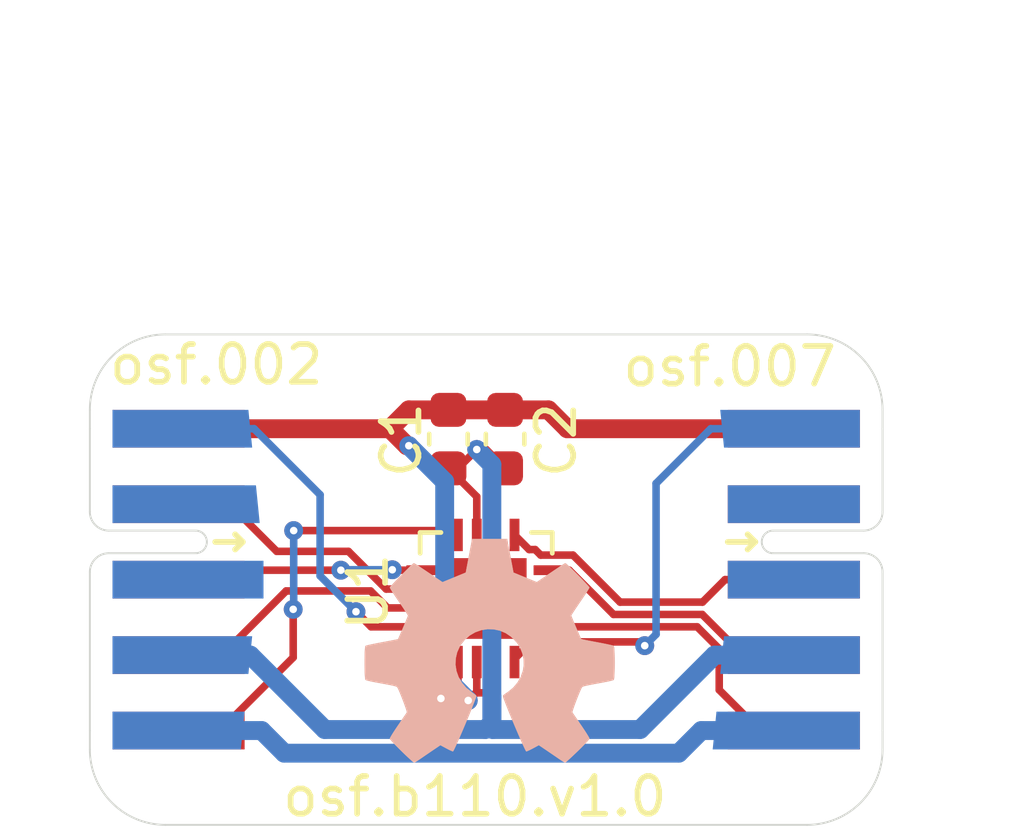
<source format=kicad_pcb>
(kicad_pcb (version 20221018) (generator pcbnew)
  (layers (0 "F.Cu" signal) (31 "B.Cu" signal) (34 "B.Paste" user) (35 "F.Paste" user) (36 "B.SilkS" user "B.Silkscreen") (37 "F.SilkS" user "F.Silkscreen") (38 "B.Mask" user) (39 "F.Mask" user) (44 "Edge.Cuts" user))
  (net 0 "")
  (net 1 "GND")
  (net 2 "/adc/MOSI")
  (net 3 "/adc/MISO")
  (net 4 "/adc/SCLK")
  (net 5 "/adc/CS")
  (net 8 "+3.3V")
  (net 10 "/adc/AD0")
  (net 11 "/adc/AD1")
  (net 12 "/adc/AD2")
  (net 13 "/adc/AD3")
  (net 14 "/adc/DRDY")
  (net 17 "/5V")
  (footprint "Capacitor_SMD:C_0603_1608Metric" (layer "F.Cu") (at 151 92.775 90)
    (fp_text reference "C2" (at -0.025 1.35 90) (layer "F.SilkS"))
    (fp_text value "100nF")
    (fp_line (start -0.14058 -0.51) (end 0.14058 -0.51) (stroke (width 0.12)) (layer "F.SilkS"))
    (fp_line (start -0.14058 0.51) (end 0.14058 0.51) (stroke (width 0.12)) (layer "F.SilkS"))
    (pad "1" smd roundrect (at -0.775 0 90) (size 0.9 0.95) (layers "F.Cu" "F.Paste" "F.Mask") (net 8 "+3.3V"))
    (pad "2" smd roundrect (at 0.775 0 90) (size 0.9 0.95) (layers "F.Cu" "F.Paste" "F.Mask") (net 1 "GND"))
  )
  (footprint "on_edge:on_edge_2x05_device" (layer "F.Cu") (at 140 96.5 -90)
    (fp_text reference "J1")
    (fp_text value "002_SPI")
    (fp_line (start -1.2 -3.85) (end -1 -4.05) (stroke (width 0.153)) (layer "F.SilkS"))
    (fp_line (start -1 -4.05) (end -1 -3.323) (stroke (width 0.153)) (layer "F.SilkS"))
    (fp_line (start -1 -4.05) (end -0.8 -3.85) (stroke (width 0.153)) (layer "F.SilkS"))
    (fp_line (start -4 0) (end -1.8 0) (stroke (width 0.05)) (layer "Edge.Cuts"))
    (fp_line (start -1.3 -2.8) (end -1.3 -0.5) (stroke (width 0.05)) (layer "Edge.Cuts"))
    (fp_line (start -0.7 -0.5) (end -0.7 -2.8) (stroke (width 0.05)) (layer "Edge.Cuts"))
    (fp_line (start -0.2 0) (end 4 0) (stroke (width 0.05)) (layer "Edge.Cuts"))
    (fp_arc (start -1.3 -2.8) (mid -1 -3.1) (end -0.7 -2.8) (stroke (width 0.05)) (layer "Edge.Cuts"))
    (fp_arc (start -1.3 -0.5) (mid -1.446447 -0.146447) (end -1.8 0) (stroke (width 0.05)) (layer "Edge.Cuts"))
    (fp_arc (start -0.2 0) (mid -0.553553 -0.146447) (end -0.7 -0.5) (stroke (width 0.05)) (layer "Edge.Cuts"))
    (pad "1" smd rect (at -4 -2.35 90) (size 1 3.5) (layers "F.Cu" "F.Mask") (net 1 "GND"))
    (pad "2" smd rect (at -2 -2.35 270) (size 1 3.5) (layers "F.Cu" "F.Mask") (net 2 "/adc/MOSI"))
    (pad "3" smd rect (at 0 -2.35 270) (size 1 3.5) (layers "F.Cu" "F.Mask") (net 3 "/adc/MISO"))
    (pad "4" smd rect (at 2 -2.35 90) (size 1 3.5) (layers "F.Cu" "F.Mask") (net 4 "/adc/SCLK"))
    (pad "5" smd rect (at 4 -2.35 90) (size 1 3.5) (layers "F.Cu" "F.Mask") (net 14 "/adc/DRDY"))
    (pad "6" smd custom (at -4 -2.4 270) (size 1 3.6) (layers "B.Cu" "B.Mask") (net 5 "/adc/CS") (options (clearance outline) (anchor rect)) (primitives (gr_poly (pts (xy 0.5 -1.8) (xy 0.5 -1.9) (xy -0.5 -1.8)) (width 0) (fill yes))))
    (pad "7" smd custom (at -2 -2.1 270) (size 1 3) (layers "B.Cu" "B.Mask") (options (clearance outline) (anchor rect)) (primitives (gr_poly (pts (xy 0.3 -0.51) (xy 0.31 -0.62) (xy 0.33 -0.7) (xy 0.35 -0.76) (xy 0.37 -0.81) (xy 0.4 -0.86) (xy 0.44 -0.92) (xy 0.48 -0.97) (xy 0.5 -0.99) (xy 0.5 -2.4) (xy -0.5 -2.3) (xy -0.5 1.5) (xy 0.3 1.5)) (width 0) (fill yes))))
    (pad "8" smd rect (at 0 -2.6 270) (size 1 4) (layers "B.Cu" "B.Mask"))
    (pad "9" smd custom (at 2 -2.4 270) (size 1 3.6) (layers "B.Cu" "B.Mask") (net 8 "+3.3V") (options (clearance outline) (anchor rect)) (primitives (gr_poly (pts (xy -0.5 -1.8) (xy -0.5 -1.9) (xy 0.5 -1.8)) (width 0) (fill yes))))
    (pad "10" smd custom (at 4 -2.3 270) (size 1 3.4) (layers "B.Cu" "B.Mask") (net 17 "/5V") (options (clearance outline) (anchor rect)) (primitives (gr_poly (pts (xy -0.5 -1.7) (xy -0.5 -1.8) (xy 0.5 -1.7)) (width 0) (fill yes))))
  )
  (footprint "Capacitor_SMD:C_0603_1608Metric" (layer "F.Cu") (at 149.5 92.775 90)
    (fp_text reference "C1" (at -0.025 -1.25 90) (layer "F.SilkS"))
    (fp_text value "100nF")
    (fp_line (start -0.14058 -0.51) (end 0.14058 -0.51) (stroke (width 0.12)) (layer "F.SilkS"))
    (fp_line (start -0.14058 0.51) (end 0.14058 0.51) (stroke (width 0.12)) (layer "F.SilkS"))
    (pad "1" smd roundrect (at -0.775 0 90) (size 0.9 0.95) (layers "F.Cu" "F.Paste" "F.Mask") (net 8 "+3.3V"))
    (pad "2" smd roundrect (at 0.775 0 90) (size 0.9 0.95) (layers "F.Cu" "F.Paste" "F.Mask") (net 1 "GND"))
  )
  (footprint "b110:QFN50P350X350X100-17N" (layer "F.Cu") (at 150.5 97 90)
    (fp_text reference "U1" (at 0.175 -3.135 90) (layer "F.SilkS"))
    (fp_text value "ADS1120IRVAR")
    (fp_line (start -1.75 -1.75) (end -1.75 -1.2) (stroke (width 0.127)) (layer "F.SilkS"))
    (fp_line (start -1.75 -1.75) (end -1.2 -1.75) (stroke (width 0.127)) (layer "F.SilkS"))
    (fp_line (start -1.75 1.75) (end -1.75 1.2) (stroke (width 0.127)) (layer "F.SilkS"))
    (fp_line (start -1.75 1.75) (end -1.2 1.75) (stroke (width 0.127)) (layer "F.SilkS"))
    (fp_line (start 1.75 -1.75) (end 1.2 -1.75) (stroke (width 0.127)) (layer "F.SilkS"))
    (fp_line (start 1.75 -1.75) (end 1.75 -1.2) (stroke (width 0.127)) (layer "F.SilkS"))
    (fp_line (start 1.75 1.75) (end 1.2 1.75) (stroke (width 0.127)) (layer "F.SilkS"))
    (fp_line (start 1.75 1.75) (end 1.75 1.2) (stroke (width 0.127)) (layer "F.SilkS"))
    (fp_circle (center -2.725 -0.75) (end -2.625 -0.75) (stroke (width 0.2)) (fill none) (layer "F.SilkS"))
    (pad "1" smd roundrect (at -1.685 -0.75 90) (size 0.86 0.26) (layers "F.Cu" "F.Paste" "F.Mask") (roundrect_rratio 0.03) (net 1 "GND"))
    (pad "2" smd roundrect (at -1.685 -0.25 90) (size 0.86 0.26) (layers "F.Cu" "F.Paste" "F.Mask") (roundrect_rratio 0.03) (net 1 "GND"))
    (pad "3" smd roundrect (at -1.685 0.25 90) (size 0.86 0.26) (layers "F.Cu" "F.Paste" "F.Mask") (roundrect_rratio 0.03) (net 1 "GND"))
    (pad "4" smd roundrect (at -1.685 0.75 90) (size 0.86 0.26) (layers "F.Cu" "F.Paste" "F.Mask") (roundrect_rratio 0.03) (net 13 "/adc/AD3"))
    (pad "5" smd roundrect (at -0.75 1.685 180) (size 0.86 0.26) (layers "F.Cu" "F.Paste" "F.Mask") (roundrect_rratio 0.03) (net 12 "/adc/AD2"))
    (pad "6" smd roundrect (at -0.25 1.685 180) (size 0.86 0.26) (layers "F.Cu" "F.Paste" "F.Mask") (roundrect_rratio 0.03))
    (pad "7" smd roundrect (at 0.25 1.685 180) (size 0.86 0.26) (layers "F.Cu" "F.Paste" "F.Mask") (roundrect_rratio 0.03))
    (pad "8" smd roundrect (at 0.75 1.685 180) (size 0.86 0.26) (layers "F.Cu" "F.Paste" "F.Mask") (roundrect_rratio 0.03) (net 11 "/adc/AD1"))
    (pad "9" smd roundrect (at 1.685 0.75 90) (size 0.86 0.26) (layers "F.Cu" "F.Paste" "F.Mask") (roundrect_rratio 0.03) (net 10 "/adc/AD0"))
    (pad "10" smd roundrect (at 1.685 0.25 90) (size 0.86 0.26) (layers "F.Cu" "F.Paste" "F.Mask") (roundrect_rratio 0.03) (net 8 "+3.3V"))
    (pad "11" smd roundrect (at 1.685 -0.25 90) (size 0.86 0.26) (layers "F.Cu" "F.Paste" "F.Mask") (roundrect_rratio 0.03) (net 8 "+3.3V"))
    (pad "12" smd roundrect (at 1.685 -0.75 90) (size 0.86 0.26) (layers "F.Cu" "F.Paste" "F.Mask") (roundrect_rratio 0.03) (net 14 "/adc/DRDY"))
    (pad "13" smd roundrect (at 0.75 -1.685 180) (size 0.86 0.26) (layers "F.Cu" "F.Paste" "F.Mask") (roundrect_rratio 0.03) (net 3 "/adc/MISO"))
    (pad "14" smd roundrect (at 0.25 -1.685 180) (size 0.86 0.26) (layers "F.Cu" "F.Paste" "F.Mask") (roundrect_rratio 0.03) (net 2 "/adc/MOSI"))
    (pad "15" smd roundrect (at -0.25 -1.685 180) (size 0.86 0.26) (layers "F.Cu" "F.Paste" "F.Mask") (roundrect_rratio 0.03) (net 4 "/adc/SCLK"))
    (pad "16" smd roundrect (at -0.75 -1.685 180) (size 0.86 0.26) (layers "F.Cu" "F.Paste" "F.Mask") (roundrect_rratio 0.03) (net 5 "/adc/CS"))
    (pad "17" smd rect (at 0 0 90) (size 2.14 2.14) (layers "F.Cu" "F.Mask"))
  )
  (footprint "on_edge:on_edge_2x05_host" (layer "F.Cu") (at 161 96.5 -90)
    (fp_text reference "J2")
    (fp_text value "007_ADC")
    (fp_line (start -1 3.373) (end -1.2 3.573) (stroke (width 0.153)) (layer "F.SilkS"))
    (fp_line (start -1 4.1) (end -1 3.373) (stroke (width 0.153)) (layer "F.SilkS"))
    (fp_line (start -0.8 3.573) (end -1 3.373) (stroke (width 0.153)) (layer "F.SilkS"))
    (fp_line (start -4 0) (end -1.8 0) (stroke (width 0.05)) (layer "Edge.Cuts"))
    (fp_line (start -1.3 0.5) (end -1.3 2.9) (stroke (width 0.05)) (layer "Edge.Cuts"))
    (fp_line (start -0.7 2.9) (end -0.7 0.5) (stroke (width 0.05)) (layer "Edge.Cuts"))
    (fp_line (start -0.2 0) (end 4 0) (stroke (width 0.05)) (layer "Edge.Cuts"))
    (fp_arc (start -1.8 0) (mid -1.446447 0.146447) (end -1.3 0.5) (stroke (width 0.05)) (layer "Edge.Cuts"))
    (fp_arc (start -0.7 0.5) (mid -0.553553 0.146447) (end -0.2 0) (stroke (width 0.05)) (layer "Edge.Cuts"))
    (fp_arc (start -0.7 2.9) (mid -1 3.2) (end -1.3 2.9) (stroke (width 0.05)) (layer "Edge.Cuts"))
    (pad "1" smd rect (at -4 2.35 270) (size 1 3.5) (layers "F.Cu" "F.Mask") (net 1 "GND"))
    (pad "2" smd rect (at -2 2.35 270) (size 1 3.5) (layers "F.Cu" "F.Mask"))
    (pad "3" smd rect (at 0 2.35 270) (size 1 3.5) (layers "F.Cu" "F.Mask") (net 10 "/adc/AD0"))
    (pad "4" smd rect (at 2 2.35 270) (size 1 3.5) (layers "F.Cu" "F.Mask") (net 11 "/adc/AD1"))
    (pad "5" smd rect (at 4 2.35 270) (size 1 3.5) (layers "F.Cu" "F.Mask") (net 12 "/adc/AD2"))
    (pad "6" smd custom (at -4 2.4 90) (size 1 3.6) (layers "B.Cu" "B.Mask") (net 13 "/adc/AD3") (options (clearance outline) (anchor rect)) (primitives (gr_poly (pts (xy 0.5 -1.8) (xy -0.5 -1.8) (xy 0.5 -1.9)) (width 0) (fill yes))))
    (pad "7" smd rect (at -2 2.35 90) (size 1 3.5) (layers "B.Cu" "B.Mask"))
    (pad "8" smd rect (at 0 2.35 90) (size 1 3.5) (layers "B.Cu" "B.Mask"))
    (pad "9" smd custom (at 2 2.4 90) (size 1 3.6) (layers "B.Cu" "B.Mask") (net 8 "+3.3V") (options (clearance outline) (anchor rect)) (primitives (gr_poly (pts (xy 0.5 -1.8) (xy -0.5 -1.8) (xy -0.5 -1.9)) (width 0) (fill yes))))
    (pad "10" smd custom (at 4 2.5 90) (size 1 3.8) (layers "B.Cu" "B.Mask") (net 17 "/5V") (options (clearance outline) (anchor rect)) (primitives (gr_poly (pts (xy 0.5 -1.9) (xy -0.5 -1.9) (xy -0.5 -2)) (width 0) (fill yes))))
  )
  (footprint "Symbol:OSHW-Symbol_6.7x6mm_SilkScreen" (layer "B.Cu") (at 150.6 98.4 180)
    (fp_text reference "LOGO1" hide)
    (fp_text value "Logo_Open_Hardware_Small" hide)
    (fp_poly (pts (xy 0.555814 2.531069) (xy 0.639635 2.086445) (xy 0.94892 1.958947) (xy 1.258206 1.831449) (xy 1.629246 2.083754) (xy 1.733157 2.154004) (xy 1.827087 2.216728) (xy 1.906652 2.269062) (xy 1.96747 2.308143) (xy 2.005157 2.331107) (xy 2.015421 2.336058) (xy 2.03391 2.323324) (xy 2.07342 2.288118) (xy 2.129522 2.234938) (xy 2.197787 2.168282) (xy 2.273786 2.092646) (xy 2.353092 2.012528) (xy 2.431275 1.932426) (xy 2.503907 1.856836) (xy 2.566559 1.790255) (xy 2.614803 1.737182) (xy 2.64421 1.702113) (xy 2.651241 1.690377) (xy 2.641123 1.66874) (xy 2.612759 1.621338) (xy 2.569129 1.552807) (xy 2.513218 1.467785) (xy 2.448006 1.370907) (xy 2.410219 1.31565) (xy 2.341343 1.214752) (xy 2.28014 1.123701) (xy 2.229578 1.04703) (xy 2.192628 0.989272) (xy 2.172258 0.954957) (xy 2.169197 0.947746) (xy 2.176136 0.927252) (xy 2.195051 0.879487) (xy 2.223087 0.811168) (xy 2.257391 0.729011) (xy 2.295109 0.63973) (xy 2.333387 0.550042) (xy 2.36937 0.466662) (xy 2.400206 0.396306) (xy 2.423039 0.34569) (xy 2.435017 0.321529) (xy 2.435724 0.320578) (xy 2.454531 0.315964) (xy 2.504618 0.305672) (xy 2.580793 0.290713) (xy 2.677865 0.272099) (xy 2.790643 0.250841) (xy 2.856442 0.238582) (xy 2.97695 0.215638) (xy 3.085797 0.193805) (xy 3.177476 0.174278) (xy 3.246481 0.158252) (xy 3.287304 0.146921) (xy 3.295511 0.143326) (xy 3.303548 0.118994) (xy 3.310033 0.064041) (xy 3.31497 -0.015108) (xy 3.318364 -0.112026) (xy 3.320218 -0.220287) (xy 3.320538 -0.333465) (xy 3.319327 -0.445135) (xy 3.31659 -0.548868) (xy 3.312331 -0.638241) (xy 3.306555 -0.706826) (xy 3.299267 -0.748197) (xy 3.294895 -0.75681) (xy 3.268764 -0.767133) (xy 3.213393 -0.781892) (xy 3.136107 -0.799352) (xy 3.04423 -0.81778) (xy 3.012158 -0.823741) (xy 2.857524 -0.852066) (xy 2.735375 -0.874876) (xy 2.641673 -0.89308) (xy 2.572384 -0.907583) (xy 2.523471 -0.919292) (xy 2.490897 -0.929115) (xy 2.470628 -0.937956) (xy 2.458626 -0.946724) (xy 2.456947 -0.948457) (xy 2.440184 -0.976371) (xy 2.414614 -1.030695) (xy 2.382788 -1.104777) (xy 2.34726 -1.191965) (xy 2.310583 -1.285608) (xy 2.275311 -1.379052) (xy 2.243996 -1.465647) (xy 2.219193 -1.53874) (xy 2.203454 -1.591678) (xy 2.199332 -1.617811) (xy 2.199676 -1.618726) (xy 2.213641 -1.640086) (xy 2.245322 -1.687084) (xy 2.291391 -1.754827) (xy 2.348518 -1.838423) (xy 2.413373 -1.932982) (xy 2.431843 -1.959854) (xy 2.497699 -2.057275) (xy 2.55565 -2.146163) (xy 2.602538 -2.221412) (xy 2.635207 -2.27792) (xy 2.6505 -2.310581) (xy 2.651241 -2.314593) (xy 2.638392 -2.335684) (xy 2.602888 -2.377464) (xy 2.549293 -2.435445) (xy 2.482171 -2.505135) (xy 2.406087 -2.582045) (xy 2.325604 -2.661683) (xy 2.245287 -2.739561) (xy 2.169699 -2.811186) (xy 2.103405 -2.87207) (xy 2.050969 -2.917721) (xy 2.016955 -2.94365) (xy 2.007545 -2.947883) (xy 1.985643 -2.937912) (xy 1.9408 -2.91102) (xy 1.880321 -2.871736) (xy 1.833789 -2.840117) (xy 1.749475 -2.782098) (xy 1.649626 -2.713784) (xy 1.549473 -2.645579) (xy 1.495627 -2.609075) (xy 1.313371 -2.4858) (xy 1.160381 -2.56852) (xy 1.090682 -2.604759) (xy 1.031414 -2.632926) (xy 0.991311 -2.648991) (xy 0.981103 -2.651226) (xy 0.968829 -2.634722) (xy 0.944613 -2.588082) (xy 0.910263 -2.515609) (xy 0.867588 -2.421606) (xy 0.818394 -2.310374) (xy 0.76449 -2.186215) (xy 0.707684 -2.053432) (xy 0.649782 -1.916327) (xy 0.592593 -1.779202) (xy 0.537924 -1.646358) (xy 0.487584 -1.522098) (xy 0.44338 -1.410725) (xy 0.407119 -1.316539) (xy 0.380609 -1.243844) (xy 0.365658 -1.196941) (xy 0.363254 -1.180833) (xy 0.382311 -1.160286) (xy 0.424036 -1.126933) (xy 0.479706 -1.087702) (xy 0.484378 -1.084599) (xy 0.628264 -0.969423) (xy 0.744283 -0.835053) (xy 0.83143 -0.685784) (xy 0.888699 -0.525913) (xy 0.915086 -0.359737) (xy 0.909585 -0.191552) (xy 0.87119 -0.025655) (xy 0.798895 0.133658) (xy 0.777626 0.168513) (xy 0.666996 0.309263) (xy 0.536302 0.422286) (xy 0.390064 0.506997) (xy 0.232808 0.562806) (xy 0.069057 0.589126) (xy -0.096667 0.58537) (xy -0.259838 0.55095) (xy -0.415935 0.485277) (xy -0.560433 0.387765) (xy -0.605131 0.348187) (xy -0.718888 0.224297) (xy -0.801782 0.093876) (xy -0.858644 -0.052315) (xy -0.890313 -0.197088) (xy -0.898131 -0.35986) (xy -0.872062 -0.52344) (xy -0.814755 -0.682298) (xy -0.728856 -0.830906) (xy -0.617014 -0.963735) (xy -0.481877 -1.075256) (xy -0.464117 -1.087011) (xy -0.40785 -1.125508) (xy -0.365077 -1.158863) (xy -0.344628 -1.18016) (xy -0.344331 -1.180833) (xy -0.348721 -1.203871) (xy -0.366124 -1.256157) (xy -0.394732 -1.33339) (xy -0.432735 -1.431268) (xy -0.478326 -1.545491) (xy -0.529697 -1.671758) (xy -0.585038 -1.805767) (xy -0.642542 -1.943218) (xy -0.700399 -2.079808) (xy -0.756802 -2.211237) (xy -0.809942 -2.333205) (xy -0.85801 -2.441409) (xy -0.899199 -2.531549) (xy -0.931699 -2.599323) (xy -0.953703 -2.64043) (xy -0.962564 -2.651226) (xy -0.98964 -2.642819) (xy -1.040303 -2.620272) (xy -1.105817 -2.587613) (xy -1.141841 -2.56852) (xy -1.294832 -2.4858) (xy -1.477088 -2.609075) (xy -1.570125 -2.672228) (xy -1.671985 -2.741727) (xy -1.767438 -2.807165) (xy -1.81525 -2.840117) (xy -1.882495 -2.885273) (xy -1.939436 -2.921057) (xy -1.978646 -2.942938) (xy -1.991381 -2.947563) (xy -2.009917 -2.935085) (xy -2.050941 -2.900252) (xy -2.110475 -2.846678) (xy -2.184542 -2.777983) (xy -2.269165 -2.697781) (xy -2.322685 -2.646286) (xy -2.416319 -2.554286) (xy -2.497241 -2.471999) (xy -2.562177 -2.402945) (xy -2.607858 -2.350644) (xy -2.631011 -2.318616) (xy -2.633232 -2.312116) (xy -2.622924 -2.287394) (xy -2.594439 -2.237405) (xy -2.550937 -2.167212) (xy -2.495577 -2.081875) (xy -2.43152 -1.986456) (xy -2.413303 -1.959854) (xy -2.346927 -1.863167) (xy -2.287378 -1.776117) (xy -2.237984 -1.703595) (xy -2.202075 -1.650493) (xy -2.182981 -1.621703) (xy -2.181136 -1.618726) (xy -2.183895 -1.595782) (xy -2.198538 -1.545336) (xy -2.222513 -1.474041) (xy -2.253266 -1.388547) (xy -2.288244 -1.295507) (xy -2.324893 -1.201574) (xy -2.360661 -1.113399) (xy -2.392994 -1.037634) (xy -2.419338 -0.980931) (xy -2.437142 -0.949943) (xy -2.438407 -0.948457) (xy -2.449294 -0.939601) (xy -2.467682 -0.930843) (xy -2.497606 -0.921277) (xy -2.543103 -0.909996) (xy -2.608209 -0.896093) (xy -2.696961 -0.878663) (xy -2.813393 -0.856798) (xy -2.961542 -0.829591) (xy -2.993618 -0.823741) (xy -3.088686 -0.805374) (xy -3.171565 -0.787405) (xy -3.23493 -0.771569) (xy -3.271458 -0.7596) (xy -3.276356 -0.75681) (xy -3.284427 -0.732072) (xy -3.290987 -0.67679) (xy -3.296033 -0.597389) (xy -3.299559 -0.500296) (xy -3.301561 -0.391938) (xy -3.302036 -0.27874) (xy -3.300977 -0.167128) (xy -3.298382 -0.063529) (xy -3.294246 0.025632) (xy -3.288563 0.093928) (xy -3.281331 0.134934) (xy -3.276971 0.143326) (xy -3.252698 0.151792) (xy -3.197426 0.165565) (xy -3.116662 0.18345) (xy -3.015912 0.204252) (xy -2.900683 0.226777) (xy -2.837902 0.238582) (xy -2.718787 0.260849) (xy -2.612565 0.281021) (xy -2.524427 0.298085) (xy -2.459566 0.311031) (xy -2.423174 0.318845) (xy -2.417184 0.320578) (xy -2.407061 0.34011) (xy -2.385662 0.387157) (xy -2.355839 0.454997) (xy -2.320445 0.536909) (xy -2.282332 0.626172) (xy -2.244353 0.716065) (xy -2.20936 0.799865) (xy -2.180206 0.870853) (xy -2.159743 0.922306) (xy -2.150823 0.947503) (xy -2.150657 0.948604) (xy -2.160769 0.968481) (xy -2.189117 1.014223) (xy -2.232723 1.081283) (xy -2.288606 1.165116) (xy -2.353787 1.261174) (xy -2.391679 1.31635) (xy -2.460725 1.417519) (xy -2.52205 1.50937) (xy -2.572663 1.587256) (xy -2.609571 1.646531) (xy -2.629782 1.682549) (xy -2.632701 1.690623) (xy -2.620153 1.709416) (xy -2.585463 1.749543) (xy -2.533063 1.806507) (xy -2.467384 1.875815) (xy -2.392856 1.952969) (xy -2.313913 2.033475) (xy -2.234983 2.112837) (xy -2.1605 2.18656) (xy -2.094894 2.250148) (xy -2.042596 2.299106) (xy -2.008039 2.328939) (xy -1.996478 2.336058) (xy -1.977654 2.326047) (xy -1.932631 2.297922) (xy -1.865787 2.254546) (xy -1.781499 2.198782) (xy -1.684144 2.133494) (xy -1.610707 2.083754) (xy -1.239667 1.831449) (xy -0.621095 2.086445) (xy -0.537275 2.531069) (xy -0.453454 2.975693) (xy 0.471994 2.975693) (xy 0.555814 2.531069)) (stroke (width 0.01)) (fill solid) (layer "B.SilkS"))
  )
  (gr_line (start 161 101) (end 161 100.5) (stroke (width 0.05)) (layer "Edge.Cuts"))
  (gr_line (start 142 90) (end 159 90) (stroke (width 0.05)) (layer "Edge.Cuts"))
  (gr_line (start 140 101) (end 140 100.5) (stroke (width 0.05)) (layer "Edge.Cuts"))
  (gr_arc (start 161 101) (mid 160.414214 102.414214) (end 159 103) (stroke (width 0.05)) (layer "Edge.Cuts"))
  (gr_line (start 159 103) (end 142 103) (stroke (width 0.05)) (layer "Edge.Cuts"))
  (gr_arc (start 159 90) (mid 160.414214 90.585786) (end 161 92) (stroke (width 0.05)) (layer "Edge.Cuts"))
  (gr_line (start 161 92) (end 161 92.5) (stroke (width 0.05)) (layer "Edge.Cuts"))
  (gr_arc (start 142 103) (mid 140.585786 102.414214) (end 140 101) (stroke (width 0.05)) (layer "Edge.Cuts"))
  (gr_line (start 140 92.5) (end 140 92) (stroke (width 0.05)) (layer "Edge.Cuts"))
  (gr_arc (start 140 92) (mid 140.585786 90.585786) (end 142 90) (stroke (width 0.05)) (layer "Edge.Cuts"))
  (gr_text "osf.002" (at 143.35 90.8) (layer "F.SilkS") (effects (font (size 1 1))))
  (gr_text "osf.007" (at 156.95 90.85) (layer "F.SilkS") (effects (font (size 1 1))))
  (gr_text "osf.b110.v1.0" (at 150.2 102.25) (layer "F.SilkS") (effects (font (size 1 1))))
  (segment (start 147.95 92.5) (end 148.4 92.95) (width 0.5) (layer "F.Cu") (net 1))
  (segment (start 148.4 92.95) (end 148.45 92.95) (width 0.5) (layer "F.Cu") (net 1))
  (segment (start 150.6 99.5) (end 150.226496 99.5) (width 0.2) (layer "F.Cu") (net 1))
  (segment (start 150.25 99.476496) (end 150.0235 99.702996) (width 0.2) (layer "F.Cu") (net 1))
  (segment (start 150.75 98.685) (end 150.75 99.35) (width 0.2) (layer "F.Cu") (net 1))
  (segment (start 152.15 92) (end 151 92) (width 0.5) (layer "F.Cu") (net 1))
  (segment (start 150.75 99.35) (end 150.6 99.5) (width 0.2) (layer "F.Cu") (net 1))
  (segment (start 149.75 98.685) (end 149.75 99.429496) (width 0.2) (layer "F.Cu") (net 1))
  (segment (start 149.75 99.2) (end 149.3 99.65) (width 0.2) (layer "F.Cu") (net 1))
  (segment (start 149.75 98.685) (end 149.75 99.2) (width 0.2) (layer "F.Cu") (net 1))
  (segment (start 150.25 98.685) (end 150.25 99.476496) (width 0.2) (layer "F.Cu") (net 1))
  (segment (start 142.35 92.5) (end 147.95 92.5) (width 0.5) (layer "F.Cu") (net 1))
  (segment (start 148.45 92) (end 149.5 92) (width 0.5) (layer "F.Cu") (net 1))
  (segment (start 147.95 92.5) (end 148.45 92) (width 0.5) (layer "F.Cu") (net 1))
  (segment (start 158.65 92.5) (end 152.65 92.5) (width 0.5) (layer "F.Cu") (net 1))
  (segment (start 152.65 92.5) (end 152.15 92) (width 0.5) (layer "F.Cu") (net 1))
  (segment (start 149.5 92) (end 151 92) (width 0.5) (layer "F.Cu") (net 1))
  (segment (start 150.226496 99.5) (end 150.0235 99.702996) (width 0.2) (layer "F.Cu") (net 1))
  (segment (start 149.75 99.429496) (end 150.0235 99.702996) (width 0.2) (layer "F.Cu") (net 1))
  (via (at 149.3 99.65) (size 0.5) (drill 0.2) (layers "F.Cu" "B.Cu") (net 1))
  (via (at 148.45 92.95) (size 0.5) (drill 0.2) (layers "F.Cu" "B.Cu") (net 1))
  (via (at 150.0235 99.702996) (size 0.5) (drill 0.2) (layers "F.Cu" "B.Cu") (net 1))
  (segment (start 149.620504 99.3) (end 150.0235 99.702996) (width 0.5) (layer "B.Cu") (net 1))
  (segment (start 149.4 99.3) (end 149.620504 99.3) (width 0.5) (layer "B.Cu") (net 1))
  (segment (start 149.4 99.3) (end 149.4 99.55) (width 0.5) (layer "B.Cu") (net 1))
  (segment (start 149.3 99.65) (end 149.970504 99.65) (width 0.2) (layer "B.Cu") (net 1))
  (segment (start 149.4 99.55) (end 149.3 99.65) (width 0.5) (layer "B.Cu") (net 1))
  (segment (start 148.45 92.95) (end 149.4 93.9) (width 0.5) (layer "B.Cu") (net 1))
  (segment (start 149.970504 99.65) (end 150.0235 99.702996) (width 0.2) (layer "B.Cu") (net 1))
  (segment (start 149.4 93.9) (end 149.4 99.3) (width 0.5) (layer "B.Cu") (net 1))
  (segment (start 143.7 94.5) (end 142.35 94.5) (width 0.2) (layer "F.Cu") (net 2))
  (segment (start 144.95 95.75) (end 143.7 94.5) (width 0.2) (layer "F.Cu") (net 2))
  (segment (start 147.85 96.75) (end 146.85 95.75) (width 0.2) (layer "F.Cu") (net 2))
  (segment (start 146.85 95.75) (end 144.95 95.75) (width 0.2) (layer "F.Cu") (net 2))
  (segment (start 148.815 96.75) (end 147.85 96.75) (width 0.2) (layer "F.Cu") (net 2))
  (segment (start 148.815 96.25) (end 148.023874 96.25) (width 0.2) (layer "F.Cu") (net 3))
  (segment (start 146.65 96.25) (end 142.6 96.25) (width 0.2) (layer "F.Cu") (net 3))
  (segment (start 148.023874 96.25) (end 148.011937 96.238063) (width 0.2) (layer "F.Cu") (net 3))
  (segment (start 142.6 96.25) (end 142.35 96.5) (width 0.2) (layer "F.Cu") (net 3))
  (via (at 148.011937 96.238063) (size 0.5) (drill 0.2) (layers "F.Cu" "B.Cu") (net 3))
  (via (at 146.65 96.25) (size 0.5) (drill 0.2) (layers "F.Cu" "B.Cu") (net 3))
  (segment (start 148.011937 96.238063) (end 146.661937 96.238063) (width 0.2) (layer "B.Cu") (net 3))
  (segment (start 146.661937 96.238063) (end 146.65 96.25) (width 0.2) (layer "B.Cu") (net 3))
  (segment (start 145.2 96.8) (end 143.5 98.5) (width 0.2) (layer "F.Cu") (net 4))
  (segment (start 148.815 97.25) (end 147.887552 97.25) (width 0.2) (layer "F.Cu") (net 4))
  (segment (start 143.5 98.5) (end 142.35 98.5) (width 0.2) (layer "F.Cu") (net 4))
  (segment (start 147.437552 96.8) (end 145.2 96.8) (width 0.2) (layer "F.Cu") (net 4))
  (segment (start 147.887552 97.25) (end 147.437552 96.8) (width 0.2) (layer "F.Cu") (net 4))
  (segment (start 147.45 97.75) (end 147.05 97.35) (width 0.2) (layer "F.Cu") (net 5))
  (segment (start 148.815 97.75) (end 147.45 97.75) (width 0.2) (layer "F.Cu") (net 5))
  (via (at 147.05 97.35) (size 0.5) (drill 0.2) (layers "F.Cu" "B.Cu") (net 5))
  (segment (start 146.1 96.4) (end 146.1 94.25) (width 0.2) (layer "B.Cu") (net 5))
  (segment (start 144.35 92.5) (end 142.4 92.5) (width 0.2) (layer "B.Cu") (net 5))
  (segment (start 146.1 94.25) (end 144.35 92.5) (width 0.2) (layer "B.Cu") (net 5))
  (segment (start 147.05 97.35) (end 146.1 96.4) (width 0.2) (layer "B.Cu") (net 5))
  (segment (start 150.75 93.8) (end 151 93.55) (width 0.2) (layer "F.Cu") (net 8))
  (segment (start 149.5 93.55) (end 149.75 93.55) (width 0.2) (layer "F.Cu") (net 8))
  (segment (start 150.5 93.05) (end 151 93.55) (width 0.2) (layer "F.Cu") (net 8))
  (segment (start 150.75 95.315) (end 150.75 93.8) (width 0.2) (layer "F.Cu") (net 8))
  (segment (start 150.25 94.3) (end 149.5 93.55) (width 0.2) (layer "F.Cu") (net 8))
  (segment (start 150.25 95.315) (end 150.25 94.3) (width 0.2) (layer "F.Cu") (net 8))
  (segment (start 150.25 93.05) (end 150.5 93.05) (width 0.2) (layer "F.Cu") (net 8))
  (segment (start 149.75 93.55) (end 150.25 93.05) (width 0.2) (layer "F.Cu") (net 8))
  (via (at 150.25 93.05) (size 0.5) (drill 0.2) (layers "F.Cu" "B.Cu") (net 8))
  (segment (start 150.65 100.45) (end 150.65 99.6) (width 0.5) (layer "B.Cu") (net 8))
  (segment (start 150.65 99.6) (end 150.65 100.3) (width 0.5) (layer "B.Cu") (net 8))
  (segment (start 158.6 98.5) (end 156.55 98.5) (width 0.5) (layer "B.Cu") (net 8))
  (segment (start 144.25 98.5) (end 142.4 98.5) (width 0.5) (layer "B.Cu") (net 8))
  (segment (start 146.223 100.473) (end 144.25 98.5) (width 0.5) (layer "B.Cu") (net 8))
  (segment (start 150.477 100.473) (end 146.223 100.473) (width 0.5) (layer "B.Cu") (net 8))
  (segment (start 156.55 98.5) (end 154.577 100.473) (width 0.5) (layer "B.Cu") (net 8))
  (segment (start 150.673 100.473) (end 150.65 100.45) (width 0.5) (layer "B.Cu") (net 8))
  (segment (start 154.577 100.473) (end 150.673 100.473) (width 0.5) (layer "B.Cu") (net 8))
  (segment (start 150.65 93.45) (end 150.25 93.05) (width 0.5) (layer "B.Cu") (net 8))
  (segment (start 150.65 99.6) (end 150.65 93.45) (width 0.5) (layer "B.Cu") (net 8))
  (segment (start 150.65 100.3) (end 150.477 100.473) (width 0.5) (layer "B.Cu") (net 8))
  (segment (start 151.638 95.703) (end 151.25 95.315) (width 0.2) (layer "F.Cu") (net 10))
  (segment (start 156.231224 97.096) (end 154.046 97.096) (width 0.2) (layer "F.Cu") (net 10))
  (segment (start 154.046 97.096) (end 152.8 95.85) (width 0.2) (layer "F.Cu") (net 10))
  (segment (start 151.944 95.85) (end 151.797 95.703) (width 0.2) (layer "F.Cu") (net 10))
  (segment (start 156.827224 96.5) (end 156.231224 97.096) (width 0.2) (layer "F.Cu") (net 10))
  (segment (start 151.797 95.703) (end 151.638 95.703) (width 0.2) (layer "F.Cu") (net 10))
  (segment (start 152.8 95.85) (end 151.944 95.85) (width 0.2) (layer "F.Cu") (net 10))
  (segment (start 158.65 96.5) (end 156.827224 96.5) (width 0.2) (layer "F.Cu") (net 10))
  (segment (start 153.873 97.423) (end 152.7 96.25) (width 0.2) (layer "F.Cu") (net 11))
  (segment (start 156.223 97.423) (end 153.873 97.423) (width 0.2) (layer "F.Cu") (net 11))
  (segment (start 158.65 98.5) (end 157.3 98.5) (width 0.2) (layer "F.Cu") (net 11))
  (segment (start 157.3 98.5) (end 156.223 97.423) (width 0.2) (layer "F.Cu") (net 11))
  (segment (start 152.7 96.25) (end 152.185 96.25) (width 0.2) (layer "F.Cu") (net 11))
  (segment (start 158.65 100.5) (end 157.75 100.5) (width 0.2) (layer "F.Cu") (net 12))
  (segment (start 156.673 98.335448) (end 156.087552 97.75) (width 0.2) (layer "F.Cu") (net 12))
  (segment (start 156.087552 97.75) (end 152.185 97.75) (width 0.2) (layer "F.Cu") (net 12))
  (segment (start 157.75 100.5) (end 156.673 99.423) (width 0.2) (layer "F.Cu") (net 12))
  (segment (start 156.673 99.423) (end 156.673 98.335448) (width 0.2) (layer "F.Cu") (net 12))
  (segment (start 154.6 98.15) (end 154.7 98.25) (width 0.2) (layer "F.Cu") (net 13))
  (segment (start 151.803 98.297) (end 151.95 98.15) (width 0.2) (layer "F.Cu") (net 13))
  (segment (start 151.25 98.685) (end 151.25 98.6) (width 0.2) (layer "F.Cu") (net 13))
  (segment (start 151.95 98.15) (end 154.6 98.15) (width 0.2) (layer "F.Cu") (net 13))
  (segment (start 151.553 98.297) (end 151.803 98.297) (width 0.2) (layer "F.Cu") (net 13))
  (segment (start 151.25 98.6) (end 151.553 98.297) (width 0.2) (layer "F.Cu") (net 13))
  (via (at 154.7 98.25) (size 0.5) (drill 0.2) (layers "F.Cu" "B.Cu") (net 13))
  (segment (start 155 97.95) (end 155 93.95) (width 0.2) (layer "B.Cu") (net 13))
  (segment (start 154.7 98.25) (end 155 97.95) (width 0.2) (layer "B.Cu") (net 13))
  (segment (start 156.45 92.5) (end 158.6 92.5) (width 0.2) (layer "B.Cu") (net 13))
  (segment (start 155 93.95) (end 156.45 92.5) (width 0.2) (layer "B.Cu") (net 13))
  (segment (start 142.35 100.5) (end 143.45 100.5) (width 0.2) (layer "F.Cu") (net 14))
  (segment (start 145.4 95.2) (end 149.635 95.2) (width 0.2) (layer "F.Cu") (net 14))
  (segment (start 143.45 100.5) (end 144.8 99.15) (width 0.2) (layer "F.Cu") (net 14))
  (segment (start 149.635 95.2) (end 149.75 95.315) (width 0.2) (layer "F.Cu") (net 14))
  (segment (start 145.386937 98.563063) (end 145.386937 97.286937) (width 0.2) (layer "F.Cu") (net 14))
  (segment (start 144.8 99.15) (end 145.386937 98.563063) (width 0.2) (layer "F.Cu") (net 14))
  (via (at 145.4 95.2) (size 0.5) (drill 0.2) (layers "F.Cu" "B.Cu") (net 14))
  (via (at 145.386937 97.286937) (size 0.5) (drill 0.2) (layers "F.Cu" "B.Cu") (net 14))
  (segment (start 145.4 97.273874) (end 145.4 95.2) (width 0.2) (layer "B.Cu") (net 14))
  (segment (start 145.386937 97.286937) (end 145.4 97.273874) (width 0.2) (layer "B.Cu") (net 14))
  (segment (start 145.15 101.1) (end 144.55 100.5) (width 0.5) (layer "B.Cu") (net 17))
  (segment (start 155.6 101.1) (end 145.15 101.1) (width 0.5) (layer "B.Cu") (net 17))
  (segment (start 156.2 100.5) (end 155.6 101.1) (width 0.5) (layer "B.Cu") (net 17))
  (segment (start 144.55 100.5) (end 142.3 100.5) (width 0.5) (layer "B.Cu") (net 17))
  (segment (start 158.5 100.5) (end 156.2 100.5) (width 0.5) (layer "B.Cu") (net 17))
)
</source>
